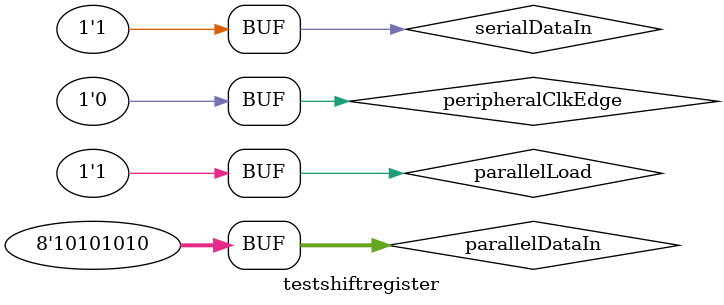
<source format=v>

`timescale 1ns / 1ps

`include "shiftregister.v"

module testshiftregister();

    reg             clk;
    reg             peripheralClkEdge;
    reg             parallelLoad;
    wire[7:0]       parallelDataOut;
    wire            serialDataOut;
    reg[7:0]        parallelDataIn;
    reg             serialDataIn; 
    wire            rewr;


    // Instantiate with parameter width = 8
    shiftregister #(8) dut(.clk(clk), 
    		           .peripheralClkEdge(peripheralClkEdge),
    		           .parallelLoad(parallelLoad), 
    		           .parallelDataIn(parallelDataIn), 
    		           .serialDataIn(serialDataIn), 
    		           .parallelDataOut(parallelDataOut), 
    		           .serialDataOut(serialDataOut),
                       .rewr(rewr));
    

        initial begin
        $display("testing");


		$monitor(" %b | %b | %b | %b | %b", peripheralClkEdge, parallelDataIn, serialDataIn, parallelDataOut, serialDataOut, rewr);
		peripheralClkEdge=1'b1; parallelLoad = 1'b1; parallelDataIn = 8'b10101010; serialDataIn = 1'b1; #100

		peripheralClkEdge=1'b0; parallelLoad = 1'b1; parallelDataIn = 8'b10101010; serialDataIn = 1'b1; #100

		peripheralClkEdge=1'b1; parallelLoad = 1'b1; parallelDataIn = 8'b10101010; serialDataIn = 1'b0; #100

	    peripheralClkEdge=1'b0; parallelLoad = 1'b1; parallelDataIn = 8'b10101010; serialDataIn = 1'b1; #100



		$display("END");
	end

endmodule


</source>
